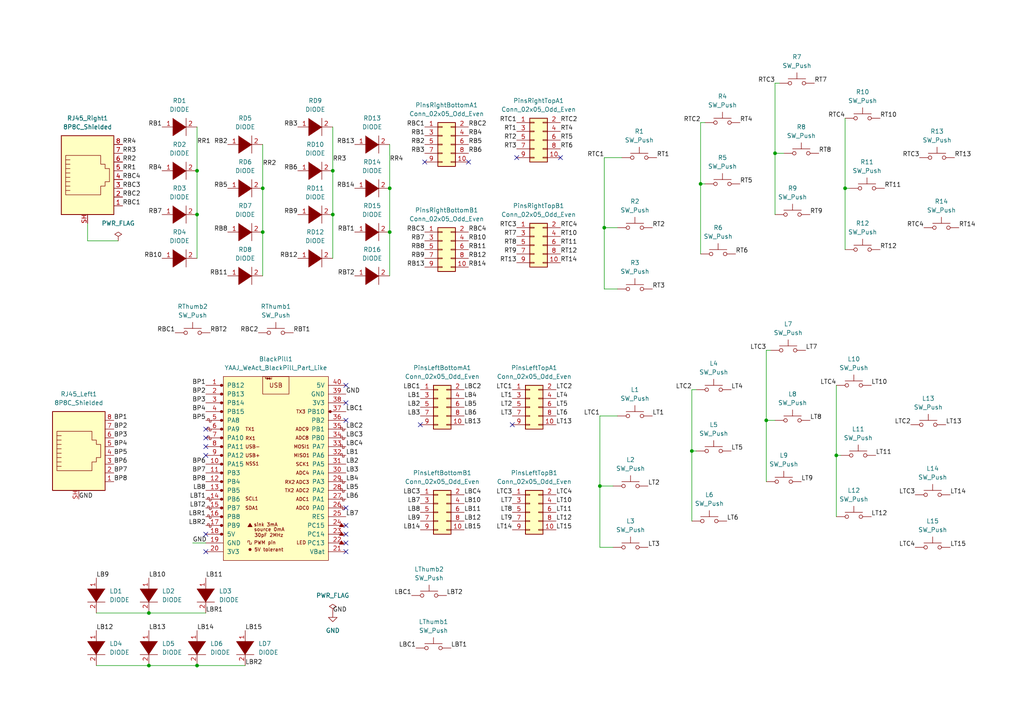
<source format=kicad_sch>
(kicad_sch (version 20211123) (generator eeschema)
  (paper "A4")
  (title_block (title "The Wasp Keyboard") (rev "0.1") (company "Appman"))
  (lib_symbols
    (symbol "Blackpill:YAAJ_WeAct_BlackPill_Part_Like" (pin_names (offset 1.016))
      (property "Reference" "U" (at -12.7 27.94 0))
      (property "Value" "YAAJ_WeAct_BlackPill_Part_Like" (at 0 2.54 90))
      (symbol "YAAJ_WeAct_BlackPill_Part_Like_0_0"
        (circle (center -15.748 -20.32) (radius 0.3556) (fill (type outline)))
        (circle (center -15.748 -17.78) (radius 0.3556) (fill (type outline)))
        (circle (center -15.748 -15.24) (radius 0.3556) (fill (type outline)))
        (circle (center -15.748 -12.7) (radius 0.3556) (fill (type outline)))
        (circle (center -15.748 -10.16) (radius 0.3556) (fill (type outline)))
        (circle (center -15.748 -7.62) (radius 0.3556) (fill (type outline)))
        (circle (center -15.748 -5.08) (radius 0.3556) (fill (type outline)))
        (circle (center -15.748 -2.54) (radius 0.3556) (fill (type outline)))
        (circle (center -15.748 0) (radius 0.3556) (fill (type outline)))
        (circle (center -15.748 2.54) (radius 0.3556) (fill (type outline)))
        (circle (center -15.748 5.08) (radius 0.3556) (fill (type outline)))
        (circle (center -15.748 7.62) (radius 0.3556) (fill (type outline)))
        (circle (center -15.748 10.16) (radius 0.3556) (fill (type outline)))
        (circle (center -15.748 12.7) (radius 0.3556) (fill (type outline)))
        (circle (center -15.748 15.24) (radius 0.3556) (fill (type outline)))
        (circle (center -15.748 17.78) (radius 0.3556) (fill (type outline)))
        (circle (center -15.748 22.86) (radius 0.3556) (fill (type outline)))
        (circle (center -7.493 -24.765) (radius 0.127) (fill (type outline)))
        (circle (center -7.493 -24.765) (radius 0.254))
        (circle (center -7.493 -24.765) (radius 0.3556))
        (polyline (pts (xy -8.128 -18.161) (xy -7.493 -17.145) (xy -6.858 -18.161) (xy -8.128 -18.161) (xy -7.493 -17.272) (xy -6.985 -18.161) (xy -8.001 -18.034) (xy -7.493 -17.399) (xy -7.112 -18.161) (xy -7.874 -17.907) (xy -7.366 -17.526) (xy -7.239 -18.161) (xy -7.747 -17.78) (xy -7.239 -17.653) (xy -7.366 -18.034) (xy -7.62 -17.78) (xy -7.366 -17.907) (xy -7.493 -17.653)))
        (polyline (pts (xy 18.415 -23.241) (xy 19.05 -22.225) (xy 19.685 -23.241) (xy 18.415 -23.241) (xy 19.05 -22.352) (xy 19.558 -23.241) (xy 18.542 -23.114) (xy 19.05 -22.479) (xy 19.431 -23.241) (xy 18.669 -22.987) (xy 19.177 -22.606) (xy 19.304 -23.241) (xy 18.796 -22.86) (xy 19.304 -22.733) (xy 19.177 -23.114) (xy 18.923 -22.86) (xy 19.177 -22.987) (xy 19.05 -22.733)))
        (polyline (pts (xy 18.415 -20.701) (xy 19.05 -19.685) (xy 19.685 -20.701) (xy 18.415 -20.701) (xy 19.05 -19.812) (xy 19.558 -20.701) (xy 18.542 -20.574) (xy 19.05 -19.939) (xy 19.431 -20.701) (xy 18.669 -20.447) (xy 19.177 -20.066) (xy 19.304 -20.701) (xy 18.796 -20.32) (xy 19.304 -20.193) (xy 19.177 -20.574) (xy 18.923 -20.32) (xy 19.177 -20.447) (xy 19.05 -20.193)))
        (polyline (pts (xy 18.415 -18.161) (xy 19.05 -17.145) (xy 19.685 -18.161) (xy 18.415 -18.161) (xy 19.05 -17.272) (xy 19.558 -18.161) (xy 18.542 -18.034) (xy 19.05 -17.399) (xy 19.431 -18.161) (xy 18.669 -17.907) (xy 19.177 -17.526) (xy 19.304 -18.161) (xy 18.796 -17.78) (xy 19.304 -17.653) (xy 19.177 -18.034) (xy 18.923 -17.78) (xy 19.177 -17.907) (xy 19.05 -17.653)))
        (circle (center 15.748 15.24) (radius 0.254) (fill (type outline)))
        (circle (center 15.748 15.24) (radius 0.3556))
        (text "30pF 2MHz" (at -2.032 -20.574 0) (effects (font (size 0.9906 0.9906))))
        (text "5V tolerant" (at -2.032 -24.765 0) (effects (font (size 0.9906 0.9906))))
        (text "ADC0" (at 7.747 -12.7 0) (effects (font (size 0.9906 0.9906))))
        (text "ADC1" (at 7.747 -10.16 0) (effects (font (size 0.9906 0.9906))))
        (text "ADC2" (at 7.747 -7.62 0) (effects (font (size 0.9906 0.9906))))
        (text "ADC3" (at 7.747 -5.207 0) (effects (font (size 0.9906 0.9906))))
        (text "ADC4" (at 7.747 -2.54 0) (effects (font (size 0.9906 0.9906))))
        (text "ADC8" (at 7.62 7.62 0) (effects (font (size 0.9906 0.9906))))
        (text "ADC9" (at 7.62 10.16 0) (effects (font (size 0.9906 0.9906))))
        (text "LED" (at 7.366 -22.733 0) (effects (font (size 0.9906 0.9906))))
        (text "MISO1" (at 7.493 2.54 0) (effects (font (size 0.9906 0.9906))))
        (text "MOSI1" (at 7.493 5.08 0) (effects (font (size 0.9906 0.9906))))
        (text "NSS1" (at -6.858 0.127 0) (effects (font (size 0.9906 0.9906))))
        (text "PWM pin" (at -3.175 -22.733 0) (effects (font (size 0.9906 0.9906))))
        (text "RX1" (at -7.366 7.493 0) (effects (font (size 0.9906 0.9906))))
        (text "RX2" (at 4.064 -5.207 0) (effects (font (size 0.9906 0.9906))))
        (text "SCK1" (at 7.747 0 0) (effects (font (size 0.9906 0.9906))))
        (text "SCL1" (at -6.985 -10.033 0) (effects (font (size 0.9906 0.9906))))
        (text "SDA1" (at -6.985 -12.7 0) (effects (font (size 0.9906 0.9906))))
        (text "sink 3mA" (at -2.921 -17.526 0) (effects (font (size 0.9906 0.9906))))
        (text "source 0mA" (at -1.905 -18.923 0) (effects (font (size 0.9906 0.9906))))
        (text "TX1" (at -7.493 10.16 0) (effects (font (size 0.9906 0.9906))))
        (text "TX2" (at 3.937 -7.62 0) (effects (font (size 0.9906 0.9906))))
        (text "TX3" (at 7.239 15.24 0) (effects (font (size 0.9906 0.9906))))
        (text "USB" (at 0 22.86 0) (effects (font (size 1.27 1.27))))
        (text "USB+" (at -6.731 2.54 0) (effects (font (size 0.9906 0.9906))))
        (text "USB-" (at -6.731 5.08 0) (effects (font (size 0.9906 0.9906))))
        (text "Y@@J" (at -2.159 24.892 0) (effects (font (size 0.508 0.508))))
      )
      (symbol "YAAJ_WeAct_BlackPill_Part_Like_0_1"
        (rectangle (start -15.24 25.4) (end 15.24 -27.94) (fill (type background)))
        (polyline (pts (xy -18.796 -17.78) (xy -18.796 -18.288) (xy -19.304 -18.288) (xy -19.304 -17.272) (xy -19.812 -17.272) (xy -19.812 -17.78)))
        (polyline (pts (xy -18.796 -15.24) (xy -18.796 -15.748) (xy -19.304 -15.748) (xy -19.304 -14.732) (xy -19.812 -14.732) (xy -19.812 -15.24)))
        (polyline (pts (xy -18.796 -12.7) (xy -18.796 -13.208) (xy -19.304 -13.208) (xy -19.304 -12.192) (xy -19.812 -12.192) (xy -19.812 -12.7)))
        (polyline (pts (xy -18.796 -10.16) (xy -18.796 -10.668) (xy -19.304 -10.668) (xy -19.304 -9.652) (xy -19.812 -9.652) (xy -19.812 -10.16)))
        (polyline (pts (xy -18.796 7.62) (xy -18.796 7.112) (xy -19.304 7.112) (xy -19.304 8.128) (xy -19.812 8.128) (xy -19.812 7.62)))
        (polyline (pts (xy -18.796 10.16) (xy -18.796 9.652) (xy -19.304 9.652) (xy -19.304 10.668) (xy -19.812 10.668) (xy -19.812 10.16)))
        (polyline (pts (xy -18.796 12.7) (xy -18.796 12.192) (xy -19.304 12.192) (xy -19.304 13.208) (xy -19.812 13.208) (xy -19.812 12.7)))
        (polyline (pts (xy -7.112 -22.733) (xy -7.112 -23.241) (xy -7.62 -23.241) (xy -7.62 -22.225) (xy -8.128 -22.225) (xy -8.128 -22.733)))
        (polyline (pts (xy 19.812 -12.7) (xy 19.812 -13.208) (xy 19.304 -13.208) (xy 19.304 -12.192) (xy 18.796 -12.192) (xy 18.796 -12.7)))
        (polyline (pts (xy 19.812 -10.16) (xy 19.812 -10.668) (xy 19.304 -10.668) (xy 19.304 -9.652) (xy 18.796 -9.652) (xy 18.796 -10.16)))
        (polyline (pts (xy 19.812 -7.62) (xy 19.812 -8.128) (xy 19.304 -8.128) (xy 19.304 -7.112) (xy 18.796 -7.112) (xy 18.796 -7.62)))
        (polyline (pts (xy 19.812 -5.08) (xy 19.812 -5.588) (xy 19.304 -5.588) (xy 19.304 -4.572) (xy 18.796 -4.572) (xy 18.796 -5.08)))
        (polyline (pts (xy 19.812 2.54) (xy 19.812 2.032) (xy 19.304 2.032) (xy 19.304 3.048) (xy 18.796 3.048) (xy 18.796 2.54)))
        (polyline (pts (xy 19.812 5.08) (xy 19.812 4.572) (xy 19.304 4.572) (xy 19.304 5.588) (xy 18.796 5.588) (xy 18.796 5.08)))
        (polyline (pts (xy 19.812 7.62) (xy 19.812 7.112) (xy 19.304 7.112) (xy 19.304 8.128) (xy 18.796 8.128) (xy 18.796 7.62)))
        (polyline (pts (xy 19.812 10.16) (xy 19.812 9.652) (xy 19.304 9.652) (xy 19.304 10.668) (xy 18.796 10.668) (xy 18.796 10.16)))
        (rectangle (start 3.81 25.4) (end -3.81 20.32))
      )
      (symbol "YAAJ_WeAct_BlackPill_Part_Like_1_1"
        (circle (center -15.748 20.32) (radius 0.3556) (fill (type outline)))
        (pin bidirectional line (at -20.32 22.86 0) (length 5.08) (name "PB12") (number "1"))
        (pin bidirectional line (at -20.32 0 0) (length 5.08) (name "PA15") (number "10"))
        (pin bidirectional line (at -20.32 -2.54 0) (length 5.08) (name "PB3") (number "11"))
        (pin bidirectional line (at -20.32 -5.08 0) (length 5.08) (name "PB4") (number "12"))
        (pin bidirectional line (at -20.32 -7.62 0) (length 5.08) (name "PB5") (number "13"))
        (pin bidirectional line (at -20.32 -10.16 0) (length 5.08) (name "PB6") (number "14"))
        (pin bidirectional line (at -20.32 -12.7 0) (length 5.08) (name "PB7") (number "15"))
        (pin bidirectional line (at -20.32 -15.24 0) (length 5.08) (name "PB8") (number "16"))
        (pin bidirectional line (at -20.32 -17.78 0) (length 5.08) (name "PB9") (number "17"))
        (pin power_in line (at -20.32 -20.32 0) (length 5.08) (name "5V") (number "18"))
        (pin power_in line (at -20.32 -22.86 0) (length 5.08) (name "GND") (number "19"))
        (pin bidirectional line (at -20.32 20.32 0) (length 5.08) (name "PB13") (number "2"))
        (pin power_in line (at -20.32 -25.4 0) (length 5.08) (name "3V3") (number "20"))
        (pin power_in line (at 20.32 -25.4 180) (length 5.08) (name "VBat") (number "21"))
        (pin bidirectional line (at 20.32 -22.86 180) (length 5.08) (name "PC13") (number "22"))
        (pin bidirectional line (at 20.32 -20.32 180) (length 5.08) (name "PC14") (number "23"))
        (pin bidirectional line (at 20.32 -17.78 180) (length 5.08) (name "PC15") (number "24"))
        (pin input line (at 20.32 -15.24 180) (length 5.08) (name "RES") (number "25"))
        (pin bidirectional line (at 20.32 -12.7 180) (length 5.08) (name "PA0") (number "26"))
        (pin bidirectional line (at 20.32 -10.16 180) (length 5.08) (name "PA1") (number "27"))
        (pin bidirectional line (at 20.32 -7.62 180) (length 5.08) (name "PA2") (number "28"))
        (pin bidirectional line (at 20.32 -5.08 180) (length 5.08) (name "PA3") (number "29"))
        (pin bidirectional line (at -20.32 17.78 0) (length 5.08) (name "PB14") (number "3"))
        (pin bidirectional line (at 20.32 -2.54 180) (length 5.08) (name "PA4") (number "30"))
        (pin bidirectional line (at 20.32 0 180) (length 5.08) (name "PA5") (number "31"))
        (pin bidirectional line (at 20.32 2.54 180) (length 5.08) (name "PA6") (number "32"))
        (pin bidirectional line (at 20.32 5.08 180) (length 5.08) (name "PA7") (number "33"))
        (pin bidirectional line (at 20.32 7.62 180) (length 5.08) (name "PB0") (number "34"))
        (pin bidirectional line (at 20.32 10.16 180) (length 5.08) (name "PB1") (number "35"))
        (pin bidirectional line (at 20.32 12.7 180) (length 5.08) (name "PB2") (number "36"))
        (pin bidirectional line (at 20.32 15.24 180) (length 5.08) (name "PB10") (number "37"))
        (pin power_in line (at 20.32 17.78 180) (length 5.08) (name "3V3") (number "38"))
        (pin power_in line (at 20.32 20.32 180) (length 5.08) (name "GND") (number "39"))
        (pin bidirectional line (at -20.32 15.24 0) (length 5.08) (name "PB15") (number "4"))
        (pin power_in line (at 20.32 22.86 180) (length 5.08) (name "5V") (number "40"))
        (pin bidirectional line (at -20.32 12.7 0) (length 5.08) (name "PA8") (number "5"))
        (pin bidirectional line (at -20.32 10.16 0) (length 5.08) (name "PA9") (number "6"))
        (pin bidirectional line (at -20.32 7.62 0) (length 5.08) (name "PA10") (number "7"))
        (pin bidirectional line (at -20.32 5.08 0) (length 5.08) (name "PA11") (number "8"))
        (pin bidirectional line (at -20.32 2.54 0) (length 5.08) (name "PA12") (number "9"))
      )
    )
    (symbol "Connector:8P8C_Shielded" (pin_names (offset 1.016))
      (property "Reference" "J" (at -5.08 13.97 0))
      (property "Value" "8P8C_Shielded" (at 2.54 13.97 0))
      (symbol "8P8C_Shielded_0_1"
        (polyline (pts (xy -5.08 4.445) (xy -6.35 4.445)))
        (polyline (pts (xy -5.08 5.715) (xy -6.35 5.715)))
        (polyline (pts (xy -6.35 -3.175) (xy -5.08 -3.175) (xy -5.08 -3.175)))
        (polyline (pts (xy -6.35 -1.905) (xy -5.08 -1.905) (xy -5.08 -1.905)))
        (polyline (pts (xy -6.35 -0.635) (xy -5.08 -0.635) (xy -5.08 -0.635)))
        (polyline (pts (xy -6.35 0.635) (xy -5.08 0.635) (xy -5.08 0.635)))
        (polyline (pts (xy -6.35 1.905) (xy -5.08 1.905) (xy -5.08 1.905)))
        (polyline (pts (xy -5.08 3.175) (xy -6.35 3.175) (xy -6.35 3.175)))
        (polyline (pts (xy -6.35 -4.445) (xy -6.35 6.985) (xy 3.81 6.985) (xy 3.81 4.445) (xy 5.08 4.445) (xy 5.08 3.175) (xy 6.35 3.175) (xy 6.35 -0.635) (xy 5.08 -0.635) (xy 5.08 -1.905) (xy 3.81 -1.905) (xy 3.81 -4.445) (xy -6.35 -4.445) (xy -6.35 -4.445)))
        (rectangle (start 7.62 12.7) (end -7.62 -10.16) (stroke (width 0.254)) (fill (type background)))
      )
      (symbol "8P8C_Shielded_1_1"
        (pin passive line (at 10.16 -7.62 180) (length 2.54) (name "~") (number "1"))
        (pin passive line (at 10.16 -5.08 180) (length 2.54) (name "~") (number "2"))
        (pin passive line (at 10.16 -2.54 180) (length 2.54) (name "~") (number "3"))
        (pin passive line (at 10.16 0 180) (length 2.54) (name "~") (number "4"))
        (pin passive line (at 10.16 2.54 180) (length 2.54) (name "~") (number "5"))
        (pin passive line (at 10.16 5.08 180) (length 2.54) (name "~") (number "6"))
        (pin passive line (at 10.16 7.62 180) (length 2.54) (name "~") (number "7"))
        (pin passive line (at 10.16 10.16 180) (length 2.54) (name "~") (number "8"))
        (pin passive line (at 0 -12.7 90) (length 2.54) (name "~") (number "SH"))
      )
    )
    (symbol "Connector_Generic:Conn_02x05_Odd_Even" (pin_names (offset 1.016) hide)
      (property "Reference" "J" (at 1.27 7.62 0))
      (property "Value" "Conn_02x05_Odd_Even" (at 1.27 -7.62 0))
      (symbol "Conn_02x05_Odd_Even_1_1"
        (rectangle (start -1.27 -4.953) (end 0 -5.207) (stroke (width 0.1524)))
        (rectangle (start -1.27 -2.413) (end 0 -2.667) (stroke (width 0.1524)))
        (rectangle (start -1.27 0.127) (end 0 -0.127) (stroke (width 0.1524)))
        (rectangle (start -1.27 2.667) (end 0 2.413) (stroke (width 0.1524)))
        (rectangle (start -1.27 5.207) (end 0 4.953) (stroke (width 0.1524)))
        (rectangle (start -1.27 6.35) (end 3.81 -6.35) (stroke (width 0.254)) (fill (type background)))
        (rectangle (start 3.81 -4.953) (end 2.54 -5.207) (stroke (width 0.1524)))
        (rectangle (start 3.81 -2.413) (end 2.54 -2.667) (stroke (width 0.1524)))
        (rectangle (start 3.81 0.127) (end 2.54 -0.127) (stroke (width 0.1524)))
        (rectangle (start 3.81 2.667) (end 2.54 2.413) (stroke (width 0.1524)))
        (rectangle (start 3.81 5.207) (end 2.54 4.953) (stroke (width 0.1524)))
        (pin passive line (at -5.08 5.08 0) (length 3.81) (name "Pin_1") (number "1"))
        (pin passive line (at 7.62 -5.08 180) (length 3.81) (name "Pin_10") (number "10"))
        (pin passive line (at 7.62 5.08 180) (length 3.81) (name "Pin_2") (number "2"))
        (pin passive line (at -5.08 2.54 0) (length 3.81) (name "Pin_3") (number "3"))
        (pin passive line (at 7.62 2.54 180) (length 3.81) (name "Pin_4") (number "4"))
        (pin passive line (at -5.08 0 0) (length 3.81) (name "Pin_5") (number "5"))
        (pin passive line (at 7.62 0 180) (length 3.81) (name "Pin_6") (number "6"))
        (pin passive line (at -5.08 -2.54 0) (length 3.81) (name "Pin_7") (number "7"))
        (pin passive line (at 7.62 -2.54 180) (length 3.81) (name "Pin_8") (number "8"))
        (pin passive line (at -5.08 -5.08 0) (length 3.81) (name "Pin_9") (number "9"))
      )
    )
    (symbol "Switch:SW_Push" (pin_numbers hide) (pin_names (offset 1.016) hide)
      (property "Reference" "SW" (at 1.27 2.54 0))
      (property "Value" "SW_Push" (at 0 -1.524 0))
      (symbol "SW_Push_0_1"
        (circle (center -2.032 0) (radius 0.508))
        (polyline (pts (xy 0 1.27) (xy 0 3.048)))
        (polyline (pts (xy 2.54 1.27) (xy -2.54 1.27)))
        (circle (center 2.032 0) (radius 0.508))
        (pin passive line (at -5.08 0 0) (length 2.54) (name "1") (number "1"))
        (pin passive line (at 5.08 0 180) (length 2.54) (name "2") (number "2"))
      )
    )
    (symbol "power:GND" (power) (pin_names (offset 0))
      (property "Value" "GND" (at 0 -3.81 0))
      (symbol "GND_0_1"
        (polyline (pts (xy 0 0) (xy 0 -1.27) (xy 1.27 -1.27) (xy 0 -2.54) (xy -1.27 -1.27) (xy 0 -1.27)))
      )
      (symbol "GND_1_1"
        (pin power_in line (at 0 0 270) (length 0) hide (name "GND") (number "1"))
      )
    )
    (symbol "power:PWR_FLAG" (power) (pin_numbers hide) (pin_names (offset 0) hide)
      (property "Value" "PWR_FLAG" (at 0 3.81 0))
      (symbol "PWR_FLAG_0_0"
        (pin power_out line (at 0 0 90) (length 0) (name "pwr") (number "1"))
      )
      (symbol "PWR_FLAG_0_1"
        (polyline (pts (xy 0 0) (xy 0 1.27) (xy -1.016 1.905) (xy 0 2.54) (xy 1.016 1.905) (xy 0 1.27)))
      )
    )
    (symbol "pspice:DIODE" (pin_names (offset 1.016) hide)
      (property "Reference" "D" (at 0 3.81 0))
      (property "Value" "DIODE" (at 0 -4.445 0))
      (symbol "DIODE_0_1"
        (polyline (pts (xy 1.905 2.54) (xy 1.905 -2.54)))
        (polyline (pts (xy -1.905 2.54) (xy -1.905 -2.54) (xy 1.905 0)) (fill (type outline)))
      )
      (symbol "DIODE_1_1"
        (pin input line (at -5.08 0 0) (length 3.81) (name "K") (number "1"))
        (pin input line (at 5.08 0 180) (length 3.81) (name "A") (number "2"))
      )
    )
  )
  (junction (at 57.15 62.23))
  (junction (at 242.57 132.08))
  (junction (at 57.15 49.53))
  (junction (at 96.52 62.23))
  (junction (at 222.25 121.92))
  (junction (at 173.99 140.97))
  (junction (at 224.79 44.45))
  (junction (at 175.26 66.04))
  (junction (at 200.66 130.81))
  (junction (at 43.18 177.8))
  (junction (at 245.11 54.61))
  (junction (at 57.15 193.04))
  (junction (at 203.2 53.34))
  (junction (at 43.18 193.04))
  (junction (at 76.2 67.31))
  (junction (at 76.2 54.61))
  (junction (at 113.03 67.31))
  (junction (at 113.03 54.61))
  (junction (at 96.52 49.53))
  (no_connect (at 162.56 45.72))
  (no_connect (at 135.89 46.99))
  (no_connect (at 59.69 124.46))
  (no_connect (at 123.19 46.99))
  (no_connect (at 100.33 147.32))
  (no_connect (at 59.69 129.54))
  (no_connect (at 59.69 127))
  (no_connect (at 59.69 132.08))
  (no_connect (at 148.59 123.19))
  (no_connect (at 59.69 154.94))
  (no_connect (at 100.33 111.76))
  (no_connect (at 100.33 121.92))
  (no_connect (at 100.33 116.84))
  (no_connect (at 100.33 160.02))
  (no_connect (at 59.69 160.02))
  (no_connect (at 149.86 45.72))
  (no_connect (at 100.33 152.4))
  (no_connect (at 100.33 154.94))
  (no_connect (at 121.92 123.19))
  (no_connect (at 100.33 157.48))
  (wire (pts (xy 203.2 53.34) (xy 203.2 35.56)))
  (wire (pts (xy 200.66 151.13) (xy 200.66 130.81)))
  (wire (pts (xy 25.4 64.77) (xy 25.4 69.85)))
  (wire (pts (xy 76.2 41.91) (xy 76.2 54.61)))
  (wire (pts (xy 96.52 62.23) (xy 96.52 74.93)))
  (wire (pts (xy 224.79 62.23) (xy 224.79 44.45)))
  (wire (pts (xy 96.52 36.83) (xy 96.52 49.53)))
  (wire (pts (xy 242.57 132.08) (xy 243.84 132.08)))
  (wire (pts (xy 222.25 121.92) (xy 222.25 101.6)))
  (wire (pts (xy 55.88 157.48) (xy 59.69 157.48)))
  (wire (pts (xy 96.52 49.53) (xy 96.52 62.23)))
  (wire (pts (xy 203.2 53.34) (xy 204.47 53.34)))
  (wire (pts (xy 175.26 45.72) (xy 175.26 66.04)))
  (wire (pts (xy 173.99 158.75) (xy 177.8 158.75)))
  (wire (pts (xy 200.66 113.03) (xy 201.93 113.03)))
  (wire (pts (xy 76.2 54.61) (xy 76.2 67.31)))
  (wire (pts (xy 173.99 140.97) (xy 177.8 140.97)))
  (wire (pts (xy 222.25 121.92) (xy 224.79 121.92)))
  (wire (pts (xy 76.2 67.31) (xy 76.2 80.01)))
  (wire (pts (xy 43.18 193.04) (xy 57.15 193.04)))
  (wire (pts (xy 200.66 130.81) (xy 200.66 113.03)))
  (wire (pts (xy 175.26 66.04) (xy 179.07 66.04)))
  (wire (pts (xy 113.03 41.91) (xy 113.03 54.61)))
  (wire (pts (xy 245.11 34.29) (xy 245.11 54.61)))
  (wire (pts (xy 173.99 140.97) (xy 173.99 158.75)))
  (wire (pts (xy 175.26 66.04) (xy 175.26 83.82)))
  (wire (pts (xy 224.79 24.13) (xy 226.06 24.13)))
  (wire (pts (xy 173.99 120.65) (xy 173.99 140.97)))
  (wire (pts (xy 222.25 139.7) (xy 222.25 121.92)))
  (wire (pts (xy 203.2 35.56) (xy 204.47 35.56)))
  (wire (pts (xy 43.18 177.8) (xy 59.69 177.8)))
  (wire (pts (xy 173.99 120.65) (xy 179.07 120.65)))
  (wire (pts (xy 25.4 69.85) (xy 34.29 69.85)))
  (wire (pts (xy 242.57 111.76) (xy 242.57 132.08)))
  (wire (pts (xy 175.26 83.82) (xy 179.07 83.82)))
  (wire (pts (xy 57.15 193.04) (xy 71.12 193.04)))
  (wire (pts (xy 203.2 73.66) (xy 203.2 53.34)))
  (wire (pts (xy 200.66 130.81) (xy 201.93 130.81)))
  (wire (pts (xy 113.03 54.61) (xy 113.03 67.31)))
  (wire (pts (xy 224.79 44.45) (xy 227.33 44.45)))
  (wire (pts (xy 224.79 44.45) (xy 224.79 24.13)))
  (wire (pts (xy 113.03 67.31) (xy 113.03 80.01)))
  (wire (pts (xy 245.11 54.61) (xy 246.38 54.61)))
  (wire (pts (xy 222.25 101.6) (xy 223.52 101.6)))
  (wire (pts (xy 27.94 193.04) (xy 43.18 193.04)))
  (wire (pts (xy 27.94 177.8) (xy 43.18 177.8)))
  (wire (pts (xy 57.15 62.23) (xy 57.15 74.93)))
  (wire (pts (xy 242.57 132.08) (xy 242.57 149.86)))
  (wire (pts (xy 57.15 36.83) (xy 57.15 49.53)))
  (wire (pts (xy 245.11 54.61) (xy 245.11 72.39)))
  (wire (pts (xy 175.26 45.72) (xy 180.34 45.72)))
  (wire (pts (xy 57.15 49.53) (xy 57.15 62.23)))
  (label "RB3" (at 123.19 44.45 180))
  (label "LB15" (at 134.62 153.67 0))
  (label "LB13" (at 43.18 182.88 0))
  (label "LB2" (at 121.92 118.11 180))
  (label "BP8" (at 59.69 139.7 180))
  (label "RT8" (at 237.49 44.45 0))
  (label "LB9" (at 27.94 167.64 0))
  (label "RT6" (at 162.56 43.18 0))
  (label "LTC2" (at 200.66 113.03 180))
  (label "RBC2" (at 135.89 36.83 0))
  (label "RR3" (at 96.52 46.99 0))
  (label "LB8" (at 59.69 142.24 180))
  (label "LT5" (at 161.29 118.11 0))
  (label "BP1" (at 59.69 111.76 180))
  (label "RTC4" (at 162.56 66.04 0))
  (label "BP4" (at 33.02 129.54 0))
  (label "RB4" (at 135.89 39.37 0))
  (label "RT12" (at 255.27 72.39 0))
  (label "RB13" (at 123.19 77.47 180))
  (label "RB2" (at 66.04 41.91 180))
  (label "LBR1" (at 59.69 149.86 180))
  (label "RTC3" (at 149.86 66.04 180))
  (label "LBR2" (at 71.12 193.04 0))
  (label "LT4" (at 212.09 113.03 0))
  (label "LBC4" (at 100.33 129.54 0))
  (label "RTC3" (at 224.79 24.13 180))
  (label "RR4" (at 113.03 46.99 0))
  (label "LT6" (at 210.82 151.13 0))
  (label "LTC1" (at 148.59 113.03 180))
  (label "LB7" (at 121.92 146.05 180))
  (label "RBT1" (at 102.87 67.31 180))
  (label "LT15" (at 161.29 153.67 0))
  (label "BP3" (at 59.69 116.84 180))
  (label "RTC1" (at 175.26 45.72 180))
  (label "RB13" (at 102.87 41.91 180))
  (label "LB7" (at 100.33 149.86 0))
  (label "LB8" (at 121.92 148.59 180))
  (label "BP1" (at 33.02 121.92 0))
  (label "LB6" (at 100.33 144.78 0))
  (label "LBT2" (at 129.54 172.72 0))
  (label "RR4" (at 35.56 41.91 0))
  (label "RB10" (at 46.99 74.93 180))
  (label "RBC2" (at 74.93 96.52 180))
  (label "LBT1" (at 59.69 144.78 180))
  (label "LT15" (at 275.59 158.75 0))
  (label "RB12" (at 135.89 74.93 0))
  (label "RB1" (at 123.19 39.37 180))
  (label "RB14" (at 135.89 77.47 0))
  (label "LT9" (at 232.41 139.7 0))
  (label "RTC4" (at 267.97 66.04 180))
  (label "RB9" (at 123.19 74.93 180))
  (label "RB8" (at 66.04 67.31 180))
  (label "LBR1" (at 59.69 177.8 0))
  (label "RB7" (at 46.99 62.23 180))
  (label "RB9" (at 86.36 62.23 180))
  (label "RBC2" (at 35.56 57.15 0))
  (label "LBC1" (at 119.38 172.72 180))
  (label "RR1" (at 57.15 41.91 0))
  (label "LT12" (at 161.29 151.13 0))
  (label "RBC4" (at 35.56 52.07 0))
  (label "RT1" (at 190.5 45.72 0))
  (label "LT8" (at 234.95 121.92 0))
  (label "RB5" (at 66.04 54.61 180))
  (label "RT4" (at 214.63 35.56 0))
  (label "RT5" (at 214.63 53.34 0))
  (label "RT13" (at 149.86 76.2 180))
  (label "LB4" (at 134.62 115.57 0))
  (label "RT3" (at 149.86 43.18 180))
  (label "BP2" (at 59.69 114.3 180))
  (label "LT11" (at 161.29 148.59 0))
  (label "GND" (at 22.86 144.78 0))
  (label "LT4" (at 161.29 115.57 0))
  (label "LB15" (at 71.12 182.88 0))
  (label "RB1" (at 46.99 36.83 180))
  (label "LB12" (at 134.62 151.13 0))
  (label "LT5" (at 212.09 130.81 0))
  (label "RR3" (at 35.56 44.45 0))
  (label "BP6" (at 59.69 134.62 180))
  (label "RT10" (at 162.56 68.58 0))
  (label "LT8" (at 148.59 148.59 180))
  (label "LTC4" (at 242.57 111.76 180))
  (label "LB3" (at 121.92 120.65 180))
  (label "LTC3" (at 222.25 101.6 180))
  (label "LBC3" (at 100.33 127 0))
  (label "RTC1" (at 149.86 35.56 180))
  (label "LB2" (at 100.33 134.62 0))
  (label "BP5" (at 59.69 121.92 180))
  (label "LT11" (at 254 132.08 0))
  (label "LT10" (at 252.73 111.76 0))
  (label "RT2" (at 189.23 66.04 0))
  (label "LT14" (at 275.59 143.51 0))
  (label "RTC2" (at 162.56 35.56 0))
  (label "LTC2" (at 264.16 123.19 180))
  (label "LBT1" (at 130.81 187.96 0))
  (label "RBT1" (at 85.09 96.52 0))
  (label "LBR2" (at 59.69 152.4 180))
  (label "RB4" (at 46.99 49.53 180))
  (label "BP7" (at 59.69 137.16 180))
  (label "RT4" (at 162.56 38.1 0))
  (label "LB11" (at 134.62 148.59 0))
  (label "LTC4" (at 161.29 143.51 0))
  (label "LBC3" (at 121.92 143.51 180))
  (label "GND" (at 100.33 114.3 0))
  (label "BP7" (at 33.02 137.16 0))
  (label "RT8" (at 149.86 71.12 180))
  (label "LT12" (at 252.73 149.86 0))
  (label "LT2" (at 148.59 118.11 180))
  (label "RBC1" (at 35.56 59.69 0))
  (label "RB2" (at 123.19 41.91 180))
  (label "RT9" (at 149.86 73.66 180))
  (label "LT7" (at 148.59 146.05 180))
  (label "RTC2" (at 203.2 35.56 180))
  (label "LB6" (at 134.62 120.65 0))
  (label "RB7" (at 123.19 69.85 180))
  (label "RT11" (at 256.54 54.61 0))
  (label "RT13" (at 276.86 45.72 0))
  (label "LB10" (at 43.18 167.64 0))
  (label "LT13" (at 161.29 123.19 0))
  (label "RT2" (at 149.86 40.64 180))
  (label "RT1" (at 149.86 38.1 180))
  (label "LTC3" (at 148.59 143.51 180))
  (label "LBC1" (at 120.65 187.96 180))
  (label "LT9" (at 148.59 151.13 180))
  (label "RT7" (at 236.22 24.13 0))
  (label "LT14" (at 148.59 153.67 180))
  (label "RT10" (at 255.27 34.29 0))
  (label "LTC2" (at 161.29 113.03 0))
  (label "RB6" (at 135.89 44.45 0))
  (label "LB13" (at 134.62 123.19 0))
  (label "RTC4" (at 245.11 34.29 180))
  (label "LB5" (at 100.33 142.24 0))
  (label "LTC1" (at 173.99 120.65 180))
  (label "BP8" (at 33.02 139.7 0))
  (label "LB1" (at 100.33 132.08 0))
  (label "LB14" (at 121.92 153.67 180))
  (label "LB3" (at 100.33 137.16 0))
  (label "LT3" (at 148.59 120.65 180))
  (label "RBT2" (at 102.87 80.01 180))
  (label "BP4" (at 59.69 119.38 180))
  (label "LB12" (at 27.94 182.88 0))
  (label "LT13" (at 274.32 123.19 0))
  (label "LT6" (at 161.29 120.65 0))
  (label "LB4" (at 100.33 139.7 0))
  (label "RR1" (at 35.56 49.53 0))
  (label "BP2" (at 33.02 124.46 0))
  (label "LB10" (at 134.62 146.05 0))
  (label "RT5" (at 162.56 40.64 0))
  (label "RB12" (at 86.36 74.93 180))
  (label "RT6" (at 213.36 73.66 0))
  (label "LBC1" (at 100.33 119.38 0))
  (label "RT7" (at 149.86 68.58 180))
  (label "LTC4" (at 265.43 158.75 180))
  (label "LTC3" (at 265.43 143.51 180))
  (label "RT11" (at 162.56 71.12 0))
  (label "RT14" (at 278.13 66.04 0))
  (label "RB11" (at 66.04 80.01 180))
  (label "RB8" (at 123.19 72.39 180))
  (label "BP3" (at 33.02 127 0))
  (label "RB6" (at 86.36 49.53 180))
  (label "LBC2" (at 100.33 124.46 0))
  (label "RB10" (at 135.89 69.85 0))
  (label "LBC2" (at 134.62 113.03 0))
  (label "LT10" (at 161.29 146.05 0))
  (label "RR2" (at 35.56 46.99 0))
  (label "RBC1" (at 50.8 96.52 180))
  (label "RT3" (at 189.23 83.82 0))
  (label "RB5" (at 135.89 41.91 0))
  (label "LB1" (at 121.92 115.57 180))
  (label "RB11" (at 135.89 72.39 0))
  (label "LBT2" (at 59.69 147.32 180))
  (label "LT1" (at 189.23 120.65 0))
  (label "RT12" (at 162.56 73.66 0))
  (label "LB5" (at 134.62 118.11 0))
  (label "GND" (at 55.88 157.48 0))
  (label "LB11" (at 59.69 167.64 0))
  (label "RB14" (at 102.87 54.61 180))
  (label "RBC3" (at 123.19 67.31 180))
  (label "RTC3" (at 266.7 45.72 180))
  (label "LBC1" (at 121.92 113.03 180))
  (label "GND" (at 96.52 177.8 0))
  (label "LT3" (at 187.96 158.75 0))
  (label "RBC4" (at 135.89 67.31 0))
  (label "BP5" (at 33.02 132.08 0))
  (label "RBT2" (at 60.96 96.52 0))
  (label "BP6" (at 33.02 134.62 0))
  (label "LT7" (at 233.68 101.6 0))
  (label "LB9" (at 121.92 151.13 180))
  (label "LT1" (at 148.59 115.57 180))
  (label "RBC1" (at 123.19 36.83 180))
  (label "LBC4" (at 134.62 143.51 0))
  (label "RT9" (at 234.95 62.23 0))
  (label "RB3" (at 86.36 36.83 180))
  (label "LB14" (at 57.15 182.88 0))
  (label "RT14" (at 162.56 76.2 0))
  (label "RR2" (at 76.2 48.26 0))
  (label "LT2" (at 187.96 140.97 0))
  (label "RBC3" (at 35.56 54.61 0))
  (symbol (lib_id "pspice:DIODE") (at 43.18 187.96 270) (unit 1)
    (property "Reference" "LD5" (at 46.99 186.6899 90) (effects (justify left)))
    (property "Value" "DIODE" (at 46.99 189.2299 90) (effects (justify left)))
    (property "Footprint" "Diode_THT:D_DO-35_SOD27_P7.62mm_Horizontal" (effects hide))
  )
  (symbol (lib_id "Switch:SW_Push") (at 251.46 54.61 0) (unit 1)
    (property "Reference" "R11" (at 251.46 46.99 0))
    (property "Value" "SW_Push" (at 251.46 49.53 0))
    (property "Footprint" "Button_Switch_Keyboard:SW_Cherry_MX_1.00u_PCB" (effects hide))
  )
  (symbol (lib_id "pspice:DIODE") (at 59.69 172.72 270) (unit 1)
    (property "Reference" "LD3" (at 63.5 171.4499 90) (effects (justify left)))
    (property "Value" "DIODE" (at 63.5 173.9899 90) (effects (justify left)))
    (property "Footprint" "Diode_THT:D_DO-35_SOD27_P7.62mm_Horizontal" (effects hide))
  )
  (symbol (lib_id "pspice:DIODE") (at 71.12 187.96 270) (unit 1)
    (property "Reference" "LD7" (at 74.93 186.6899 90) (effects (justify left)))
    (property "Value" "DIODE" (at 74.93 189.2299 90) (effects (justify left)))
    (property "Footprint" "Diode_THT:D_DO-35_SOD27_P7.62mm_Horizontal" (effects hide))
  )
  (symbol (lib_id "Switch:SW_Push") (at 231.14 24.13 0) (unit 1)
    (property "Reference" "R7" (at 231.14 16.51 0))
    (property "Value" "SW_Push" (at 231.14 19.05 0))
    (property "Footprint" "Button_Switch_Keyboard:SW_Cherry_MX_1.00u_PCB" (effects hide))
  )
  (symbol (lib_id "Switch:SW_Push") (at 125.73 187.96 0) (unit 1)
    (property "Reference" "LThumb1" (at 125.73 180.34 0))
    (property "Value" "SW_Push" (at 125.73 182.88 0))
    (property "Footprint" "Button_Switch_Keyboard:SW_Cherry_MX_1.00u_PCB" (effects hide))
  )
  (symbol (lib_id "Connector_Generic:Conn_02x05_Odd_Even") (at 127 118.11 0) (unit 1)
    (property "Reference" "PinsLeftBottomA1" (at 128.27 106.68 0))
    (property "Value" "Conn_02x05_Odd_Even" (at 128.27 109.22 0))
    (property "Footprint" "Connector_PinHeader_2.54mm:PinHeader_2x05_P2.54mm_Vertical" (effects hide))
  )
  (symbol (lib_id "Connector_Generic:Conn_02x05_Odd_Even") (at 154.94 40.64 0) (unit 1)
    (property "Reference" "PinsRightTopA1" (at 156.21 29.21 0))
    (property "Value" "Conn_02x05_Odd_Even" (at 156.21 31.75 0))
    (property "Footprint" "Connector_PinHeader_2.54mm:PinHeader_2x05_P2.54mm_Vertical" (effects hide))
  )
  (symbol (lib_id "Switch:SW_Push") (at 207.01 113.03 0) (unit 1)
    (property "Reference" "L4" (at 207.01 105.41 0))
    (property "Value" "SW_Push" (at 207.01 107.95 0))
    (property "Footprint" "Button_Switch_Keyboard:SW_Cherry_MX_1.00u_PCB" (effects hide))
  )
  (symbol (lib_id "Connector:8P8C_Shielded") (at 25.4 52.07 0) (unit 1)
    (property "Reference" "RJ45_Right1" (at 25.4 34.29 0))
    (property "Value" "8P8C_Shielded" (at 25.4 36.83 0))
    (property "Footprint" "Connector_RJ:RJ45_Ninigi_GE" (effects hide))
  )
  (symbol (lib_id "pspice:DIODE") (at 43.18 172.72 270) (unit 1)
    (property "Reference" "LD2" (at 46.99 171.4499 90) (effects (justify left)))
    (property "Value" "DIODE" (at 46.99 173.9899 90) (effects (justify left)))
    (property "Footprint" "Diode_THT:D_DO-35_SOD27_P7.62mm_Horizontal" (effects hide))
  )
  (symbol (lib_id "Connector_Generic:Conn_02x05_Odd_Even") (at 154.94 71.12 0) (unit 1)
    (property "Reference" "PinsRightTopB1" (at 156.21 59.69 0))
    (property "Value" "Conn_02x05_Odd_Even" (at 156.21 62.23 0))
    (property "Footprint" "Connector_PinHeader_2.54mm:PinHeader_2x05_P2.54mm_Vertical" (effects hide))
  )
  (symbol (lib_id "pspice:DIODE") (at 52.07 74.93 0) (unit 1)
    (property "Reference" "RD4" (at 52.07 67.31 0))
    (property "Value" "DIODE" (at 52.07 69.85 0))
    (property "Footprint" "Diode_THT:D_DO-35_SOD27_P7.62mm_Horizontal" (effects hide))
  )
  (symbol (lib_id "Switch:SW_Push") (at 229.87 62.23 0) (unit 1)
    (property "Reference" "R9" (at 229.87 54.61 0))
    (property "Value" "SW_Push" (at 229.87 57.15 0))
    (property "Footprint" "Button_Switch_Keyboard:SW_Cherry_MX_1.00u_PCB" (effects hide))
  )
  (symbol (lib_id "pspice:DIODE") (at 91.44 62.23 0) (unit 1)
    (property "Reference" "RD11" (at 91.44 54.61 0))
    (property "Value" "DIODE" (at 91.44 57.15 0))
    (property "Footprint" "Diode_THT:D_DO-35_SOD27_P7.62mm_Horizontal" (effects hide))
  )
  (symbol (lib_id "Connector_Generic:Conn_02x05_Odd_Even") (at 153.67 118.11 0) (unit 1)
    (property "Reference" "PinsLeftTopA1" (at 154.94 106.68 0))
    (property "Value" "Conn_02x05_Odd_Even" (at 154.94 109.22 0))
    (property "Footprint" "Connector_PinHeader_2.54mm:PinHeader_2x05_P2.54mm_Vertical" (effects hide))
  )
  (symbol (lib_id "Switch:SW_Push") (at 209.55 53.34 0) (unit 1)
    (property "Reference" "R5" (at 209.55 45.72 0))
    (property "Value" "SW_Push" (at 209.55 48.26 0))
    (property "Footprint" "Button_Switch_Keyboard:SW_Cherry_MX_1.00u_PCB" (effects hide))
  )
  (symbol (lib_id "Switch:SW_Push") (at 250.19 72.39 0) (unit 1)
    (property "Reference" "R12" (at 250.19 64.77 0))
    (property "Value" "SW_Push" (at 250.19 67.31 0))
    (property "Footprint" "Button_Switch_Keyboard:SW_Cherry_MX_1.00u_PCB" (effects hide))
  )
  (symbol (lib_id "Connector_Generic:Conn_02x05_Odd_Even") (at 127 148.59 0) (unit 1)
    (property "Reference" "PinsLeftBottomB1" (at 128.27 137.16 0))
    (property "Value" "Conn_02x05_Odd_Even" (at 128.27 139.7 0))
    (property "Footprint" "Connector_PinHeader_2.54mm:PinHeader_2x05_P2.54mm_Vertical" (effects hide))
  )
  (symbol (lib_id "Switch:SW_Push") (at 184.15 83.82 0) (unit 1)
    (property "Reference" "R3" (at 184.15 76.2 0))
    (property "Value" "SW_Push" (at 184.15 78.74 0))
    (property "Footprint" "Button_Switch_Keyboard:SW_Cherry_MX_1.00u_PCB" (effects hide))
  )
  (symbol (lib_id "pspice:DIODE") (at 91.44 36.83 0) (unit 1)
    (property "Reference" "RD9" (at 91.44 29.21 0))
    (property "Value" "DIODE" (at 91.44 31.75 0))
    (property "Footprint" "Diode_THT:D_DO-35_SOD27_P7.62mm_Horizontal" (effects hide))
  )
  (symbol (lib_id "Switch:SW_Push") (at 207.01 130.81 0) (unit 1)
    (property "Reference" "L5" (at 207.01 123.19 0))
    (property "Value" "SW_Push" (at 207.01 125.73 0))
    (property "Footprint" "Button_Switch_Keyboard:SW_Cherry_MX_1.00u_PCB" (effects hide))
  )
  (symbol (lib_id "pspice:DIODE") (at 107.95 80.01 0) (unit 1)
    (property "Reference" "RD16" (at 107.95 72.39 0))
    (property "Value" "DIODE" (at 107.95 74.93 0))
    (property "Footprint" "Diode_THT:D_DO-35_SOD27_P7.62mm_Horizontal" (effects hide))
  )
  (symbol (lib_id "Switch:SW_Push") (at 248.92 132.08 0) (unit 1)
    (property "Reference" "L11" (at 248.92 124.46 0))
    (property "Value" "SW_Push" (at 248.92 127 0))
    (property "Footprint" "Button_Switch_Keyboard:SW_Cherry_MX_1.00u_PCB" (effects hide))
  )
  (symbol (lib_id "Switch:SW_Push") (at 229.87 121.92 0) (unit 1)
    (property "Reference" "L8" (at 229.87 114.3 0))
    (property "Value" "SW_Push" (at 229.87 116.84 0))
    (property "Footprint" "Button_Switch_Keyboard:SW_Cherry_MX_1.00u_PCB" (effects hide))
  )
  (symbol (lib_id "power:PWR_FLAG") (at 34.29 69.85 0) (unit 1)
    (property "Reference" "#FLG0102" (effects hide))
    (property "Value" "PWR_FLAG" (at 34.29 64.77 0))
  )
  (symbol (lib_id "pspice:DIODE") (at 107.95 41.91 0) (unit 1)
    (property "Reference" "RD13" (at 107.95 34.29 0))
    (property "Value" "DIODE" (at 107.95 36.83 0))
    (property "Footprint" "Diode_THT:D_DO-35_SOD27_P7.62mm_Horizontal" (effects hide))
  )
  (symbol (lib_id "Switch:SW_Push") (at 182.88 158.75 0) (unit 1)
    (property "Reference" "L3" (at 182.88 151.13 0))
    (property "Value" "SW_Push" (at 182.88 153.67 0))
    (property "Footprint" "Button_Switch_Keyboard:SW_Cherry_MX_1.00u_PCB" (effects hide))
  )
  (symbol (lib_id "pspice:DIODE") (at 71.12 80.01 0) (unit 1)
    (property "Reference" "RD8" (at 71.12 72.39 0))
    (property "Value" "DIODE" (at 71.12 74.93 0))
    (property "Footprint" "Diode_THT:D_DO-35_SOD27_P7.62mm_Horizontal" (effects hide))
  )
  (symbol (lib_id "pspice:DIODE") (at 52.07 36.83 0) (unit 1)
    (property "Reference" "RD1" (at 52.07 29.21 0))
    (property "Value" "DIODE" (at 52.07 31.75 0))
    (property "Footprint" "Diode_THT:D_DO-35_SOD27_P7.62mm_Horizontal" (effects hide))
  )
  (symbol (lib_id "power:PWR_FLAG") (at 96.52 177.8 0) (unit 1)
    (property "Reference" "#FLG0101" (effects hide))
    (property "Value" "PWR_FLAG" (at 96.52 172.72 0))
  )
  (symbol (lib_id "pspice:DIODE") (at 91.44 49.53 0) (unit 1)
    (property "Reference" "RD10" (at 91.44 41.91 0))
    (property "Value" "DIODE" (at 91.44 44.45 0))
    (property "Footprint" "Diode_THT:D_DO-35_SOD27_P7.62mm_Horizontal" (effects hide))
  )
  (symbol (lib_id "Switch:SW_Push") (at 184.15 66.04 0) (unit 1)
    (property "Reference" "R2" (at 184.15 58.42 0))
    (property "Value" "SW_Push" (at 184.15 60.96 0))
    (property "Footprint" "Button_Switch_Keyboard:SW_Cherry_MX_1.00u_PCB" (effects hide))
  )
  (symbol (lib_id "Switch:SW_Push") (at 185.42 45.72 0) (unit 1)
    (property "Reference" "R1" (at 185.42 38.1 0))
    (property "Value" "SW_Push" (at 185.42 40.64 0))
    (property "Footprint" "Button_Switch_Keyboard:SW_Cherry_MX_1.00u_PCB" (effects hide))
  )
  (symbol (lib_id "Switch:SW_Push") (at 205.74 151.13 0) (unit 1)
    (property "Reference" "L6" (at 205.74 143.51 0))
    (property "Value" "SW_Push" (at 205.74 146.05 0))
    (property "Footprint" "Button_Switch_Keyboard:SW_Cherry_MX_1.00u_PCB" (effects hide))
  )
  (symbol (lib_id "Switch:SW_Push") (at 269.24 123.19 0) (unit 1)
    (property "Reference" "L13" (at 269.24 115.57 0))
    (property "Value" "SW_Push" (at 269.24 118.11 0))
    (property "Footprint" "Button_Switch_Keyboard:SW_Cherry_MX_1.00u_PCB" (effects hide))
  )
  (symbol (lib_id "pspice:DIODE") (at 52.07 49.53 0) (unit 1)
    (property "Reference" "RD2" (at 52.07 41.91 0))
    (property "Value" "DIODE" (at 52.07 44.45 0))
    (property "Footprint" "Diode_THT:D_DO-35_SOD27_P7.62mm_Horizontal" (effects hide))
  )
  (symbol (lib_id "Switch:SW_Push") (at 250.19 34.29 0) (unit 1)
    (property "Reference" "R10" (at 250.19 26.67 0))
    (property "Value" "SW_Push" (at 250.19 29.21 0))
    (property "Footprint" "Button_Switch_Keyboard:SW_Cherry_MX_1.00u_PCB" (effects hide))
  )
  (symbol (lib_id "Connector:8P8C_Shielded") (at 22.86 132.08 0) (unit 1)
    (property "Reference" "RJ45_Left1" (at 22.86 114.3 0))
    (property "Value" "8P8C_Shielded" (at 22.86 116.84 0))
    (property "Footprint" "Connector_RJ:RJ45_Ninigi_GE" (effects hide))
  )
  (symbol (lib_id "pspice:DIODE") (at 27.94 172.72 270) (unit 1)
    (property "Reference" "LD1" (at 31.75 171.4499 90) (effects (justify left)))
    (property "Value" "DIODE" (at 31.75 173.9899 90) (effects (justify left)))
    (property "Footprint" "Diode_THT:D_DO-35_SOD27_P7.62mm_Horizontal" (effects hide))
  )
  (symbol (lib_id "Switch:SW_Push") (at 232.41 44.45 0) (unit 1)
    (property "Reference" "R8" (at 232.41 36.83 0))
    (property "Value" "SW_Push" (at 232.41 39.37 0))
    (property "Footprint" "Button_Switch_Keyboard:SW_Cherry_MX_1.00u_PCB" (effects hide))
  )
  (symbol (lib_id "Connector_Generic:Conn_02x05_Odd_Even") (at 128.27 41.91 0) (unit 1)
    (property "Reference" "PinsRightBottomA1" (at 129.54 30.48 0))
    (property "Value" "Conn_02x05_Odd_Even" (at 129.54 33.02 0))
    (property "Footprint" "Connector_PinHeader_2.54mm:PinHeader_2x05_P2.54mm_Vertical" (effects hide))
  )
  (symbol (lib_id "power:GND") (at 96.52 177.8 0) (unit 1)
    (property "Reference" "#PWR0101" (effects hide))
    (property "Value" "GND" (at 96.52 182.88 0))
  )
  (symbol (lib_id "pspice:DIODE") (at 107.95 54.61 0) (unit 1)
    (property "Reference" "RD14" (at 107.95 46.99 0))
    (property "Value" "DIODE" (at 107.95 49.53 0))
    (property "Footprint" "Diode_THT:D_DO-35_SOD27_P7.62mm_Horizontal" (effects hide))
  )
  (symbol (lib_id "Switch:SW_Push") (at 55.88 96.52 0) (unit 1)
    (property "Reference" "RThumb2" (at 55.88 88.9 0))
    (property "Value" "SW_Push" (at 55.88 91.44 0))
    (property "Footprint" "Button_Switch_Keyboard:SW_Cherry_MX_1.00u_PCB" (effects hide))
  )
  (symbol (lib_id "Switch:SW_Push") (at 228.6 101.6 0) (unit 1)
    (property "Reference" "L7" (at 228.6 93.98 0))
    (property "Value" "SW_Push" (at 228.6 96.52 0))
    (property "Footprint" "Button_Switch_Keyboard:SW_Cherry_MX_1.00u_PCB" (effects hide))
  )
  (symbol (lib_id "pspice:DIODE") (at 71.12 67.31 0) (unit 1)
    (property "Reference" "RD7" (at 71.12 59.69 0))
    (property "Value" "DIODE" (at 71.12 62.23 0))
    (property "Footprint" "Diode_THT:D_DO-35_SOD27_P7.62mm_Horizontal" (effects hide))
  )
  (symbol (lib_id "Switch:SW_Push") (at 247.65 149.86 0) (unit 1)
    (property "Reference" "L12" (at 247.65 142.24 0))
    (property "Value" "SW_Push" (at 247.65 144.78 0))
    (property "Footprint" "Button_Switch_Keyboard:SW_Cherry_MX_1.00u_PCB" (effects hide))
  )
  (symbol (lib_id "Switch:SW_Push") (at 209.55 35.56 0) (unit 1)
    (property "Reference" "R4" (at 209.55 27.94 0))
    (property "Value" "SW_Push" (at 209.55 30.48 0))
    (property "Footprint" "Button_Switch_Keyboard:SW_Cherry_MX_1.00u_PCB" (effects hide))
  )
  (symbol (lib_id "pspice:DIODE") (at 71.12 41.91 0) (unit 1)
    (property "Reference" "RD5" (at 71.12 34.29 0))
    (property "Value" "DIODE" (at 71.12 36.83 0))
    (property "Footprint" "Diode_THT:D_DO-35_SOD27_P7.62mm_Horizontal" (effects hide))
  )
  (symbol (lib_id "Switch:SW_Push") (at 247.65 111.76 0) (unit 1)
    (property "Reference" "L10" (at 247.65 104.14 0))
    (property "Value" "SW_Push" (at 247.65 106.68 0))
    (property "Footprint" "Button_Switch_Keyboard:SW_Cherry_MX_1.00u_PCB" (effects hide))
  )
  (symbol (lib_id "Switch:SW_Push") (at 227.33 139.7 0) (unit 1)
    (property "Reference" "L9" (at 227.33 132.08 0))
    (property "Value" "SW_Push" (at 227.33 134.62 0))
    (property "Footprint" "Button_Switch_Keyboard:SW_Cherry_MX_1.00u_PCB" (effects hide))
  )
  (symbol (lib_id "Switch:SW_Push") (at 270.51 143.51 0) (unit 1)
    (property "Reference" "L14" (at 270.51 135.89 0))
    (property "Value" "SW_Push" (at 270.51 138.43 0))
    (property "Footprint" "Button_Switch_Keyboard:SW_Cherry_MX_1.00u_PCB" (effects hide))
  )
  (symbol (lib_id "pspice:DIODE") (at 52.07 62.23 0) (unit 1)
    (property "Reference" "RD3" (at 52.07 54.61 0))
    (property "Value" "DIODE" (at 52.07 57.15 0))
    (property "Footprint" "Diode_THT:D_DO-35_SOD27_P7.62mm_Horizontal" (effects hide))
  )
  (symbol (lib_id "Switch:SW_Push") (at 182.88 140.97 0) (unit 1)
    (property "Reference" "L2" (at 182.88 133.35 0))
    (property "Value" "SW_Push" (at 182.88 135.89 0))
    (property "Footprint" "Button_Switch_Keyboard:SW_Cherry_MX_1.00u_PCB" (effects hide))
  )
  (symbol (lib_id "Switch:SW_Push") (at 270.51 158.75 0) (unit 1)
    (property "Reference" "L15" (at 270.51 151.13 0))
    (property "Value" "SW_Push" (at 270.51 153.67 0))
    (property "Footprint" "Button_Switch_Keyboard:SW_Cherry_MX_1.00u_PCB" (effects hide))
  )
  (symbol (lib_id "Switch:SW_Push") (at 184.15 120.65 0) (unit 1)
    (property "Reference" "L1" (at 184.15 113.03 0))
    (property "Value" "SW_Push" (at 184.15 115.57 0))
    (property "Footprint" "Button_Switch_Keyboard:SW_Cherry_MX_1.00u_PCB" (effects hide))
  )
  (symbol (lib_id "Switch:SW_Push") (at 208.28 73.66 0) (unit 1)
    (property "Reference" "R6" (at 208.28 66.04 0))
    (property "Value" "SW_Push" (at 208.28 68.58 0))
    (property "Footprint" "Button_Switch_Keyboard:SW_Cherry_MX_1.00u_PCB" (effects hide))
  )
  (symbol (lib_id "Switch:SW_Push") (at 80.01 96.52 0) (unit 1)
    (property "Reference" "RThumb1" (at 80.01 88.9 0))
    (property "Value" "SW_Push" (at 80.01 91.44 0))
    (property "Footprint" "Button_Switch_Keyboard:SW_Cherry_MX_1.00u_PCB" (effects hide))
  )
  (symbol (lib_id "pspice:DIODE") (at 107.95 67.31 0) (unit 1)
    (property "Reference" "RD15" (at 107.95 59.69 0))
    (property "Value" "DIODE" (at 107.95 62.23 0))
    (property "Footprint" "Diode_THT:D_DO-35_SOD27_P7.62mm_Horizontal" (effects hide))
  )
  (symbol (lib_id "pspice:DIODE") (at 57.15 187.96 270) (unit 1)
    (property "Reference" "LD6" (at 60.96 186.6899 90) (effects (justify left)))
    (property "Value" "DIODE" (at 60.96 189.2299 90) (effects (justify left)))
    (property "Footprint" "Diode_THT:D_DO-35_SOD27_P7.62mm_Horizontal" (effects hide))
  )
  (symbol (lib_id "Connector_Generic:Conn_02x05_Odd_Even") (at 153.67 148.59 0) (unit 1)
    (property "Reference" "PinsLeftTopB1" (at 154.94 137.16 0))
    (property "Value" "Conn_02x05_Odd_Even" (at 154.94 139.7 0))
    (property "Footprint" "Connector_PinHeader_2.54mm:PinHeader_2x05_P2.54mm_Vertical" (effects hide))
  )
  (symbol (lib_id "pspice:DIODE") (at 27.94 187.96 270) (unit 1)
    (property "Reference" "LD4" (at 31.75 186.6899 90) (effects (justify left)))
    (property "Value" "DIODE" (at 31.75 189.2299 90) (effects (justify left)))
    (property "Footprint" "Diode_THT:D_DO-35_SOD27_P7.62mm_Horizontal" (effects hide))
  )
  (symbol (lib_id "pspice:DIODE") (at 91.44 74.93 0) (unit 1)
    (property "Reference" "RD12" (at 91.44 67.31 0))
    (property "Value" "DIODE" (at 91.44 69.85 0))
    (property "Footprint" "Diode_THT:D_DO-35_SOD27_P7.62mm_Horizontal" (effects hide))
  )
  (symbol (lib_id "Blackpill:YAAJ_WeAct_BlackPill_Part_Like") (at 80.01 134.62 0) (unit 1)
    (property "Reference" "BlackPill1" (at 80.01 104.14 0))
    (property "Value" "YAAJ_WeAct_BlackPill_Part_Like" (at 80.01 106.68 0))
    (property "Footprint" "wasp:YAAJ_WeAct_BlackPill_2" (effects hide))
  )
  (symbol (lib_id "Connector_Generic:Conn_02x05_Odd_Even") (at 128.27 72.39 0) (unit 1)
    (property "Reference" "PinsRightBottomB1" (at 129.54 60.96 0))
    (property "Value" "Conn_02x05_Odd_Even" (at 129.54 63.5 0))
    (property "Footprint" "Connector_PinHeader_2.54mm:PinHeader_2x05_P2.54mm_Vertical" (effects hide))
  )
  (symbol (lib_id "Switch:SW_Push") (at 273.05 66.04 0) (unit 1)
    (property "Reference" "R14" (at 273.05 58.42 0))
    (property "Value" "SW_Push" (at 273.05 60.96 0))
    (property "Footprint" "Button_Switch_Keyboard:SW_Cherry_MX_1.00u_PCB" (effects hide))
  )
  (symbol (lib_id "Switch:SW_Push") (at 124.46 172.72 0) (unit 1)
    (property "Reference" "LThumb2" (at 124.46 165.1 0))
    (property "Value" "SW_Push" (at 124.46 167.64 0))
    (property "Footprint" "Button_Switch_Keyboard:SW_Cherry_MX_1.00u_PCB" (effects hide))
  )
  (symbol (lib_id "pspice:DIODE") (at 71.12 54.61 0) (unit 1)
    (property "Reference" "RD6" (at 71.12 46.99 0))
    (property "Value" "DIODE" (at 71.12 49.53 0))
    (property "Footprint" "Diode_THT:D_DO-35_SOD27_P7.62mm_Horizontal" (effects hide))
  )
  (symbol (lib_id "Switch:SW_Push") (at 271.78 45.72 0) (unit 1)
    (property "Reference" "R13" (at 271.78 38.1 0))
    (property "Value" "SW_Push" (at 271.78 40.64 0))
    (property "Footprint" "Button_Switch_Keyboard:SW_Cherry_MX_1.00u_PCB" (effects hide))
  )
)
</source>
